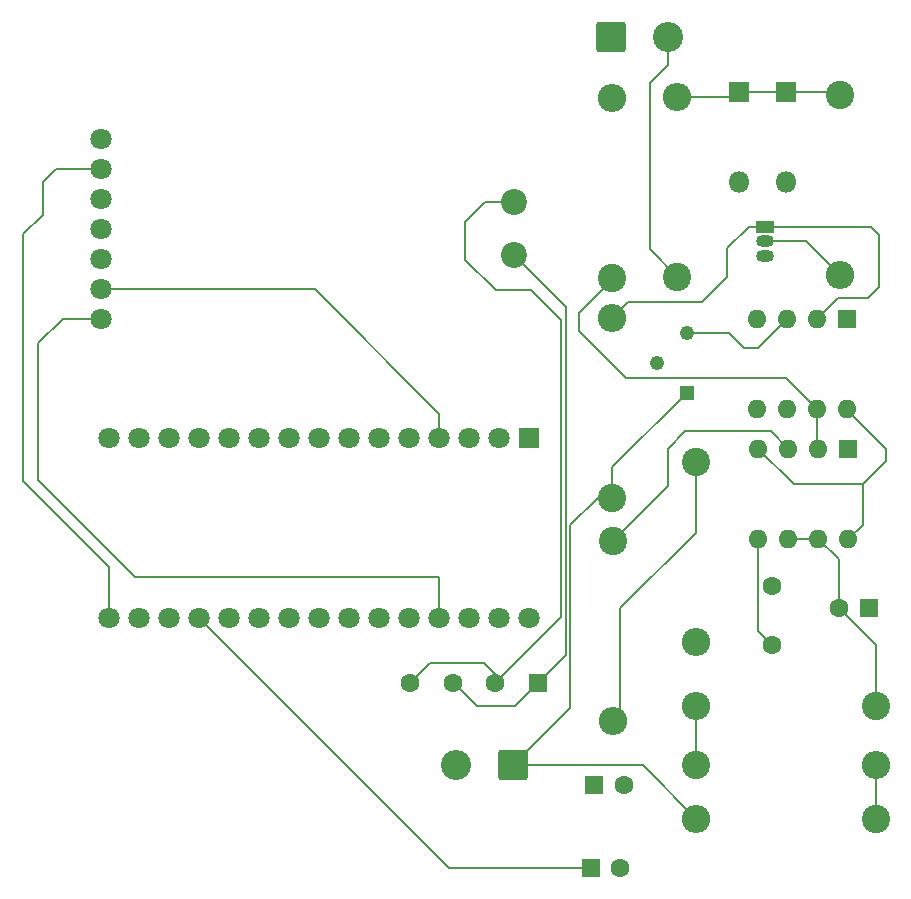
<source format=gbr>
%TF.GenerationSoftware,KiCad,Pcbnew,8.0.6*%
%TF.CreationDate,2025-02-27T20:48:21-07:00*%
%TF.ProjectId,Tachometerkicad,54616368-6f6d-4657-9465-726b69636164,rev?*%
%TF.SameCoordinates,Original*%
%TF.FileFunction,Copper,L1,Top*%
%TF.FilePolarity,Positive*%
%FSLAX46Y46*%
G04 Gerber Fmt 4.6, Leading zero omitted, Abs format (unit mm)*
G04 Created by KiCad (PCBNEW 8.0.6) date 2025-02-27 20:48:21*
%MOMM*%
%LPD*%
G01*
G04 APERTURE LIST*
G04 Aperture macros list*
%AMRoundRect*
0 Rectangle with rounded corners*
0 $1 Rounding radius*
0 $2 $3 $4 $5 $6 $7 $8 $9 X,Y pos of 4 corners*
0 Add a 4 corners polygon primitive as box body*
4,1,4,$2,$3,$4,$5,$6,$7,$8,$9,$2,$3,0*
0 Add four circle primitives for the rounded corners*
1,1,$1+$1,$2,$3*
1,1,$1+$1,$4,$5*
1,1,$1+$1,$6,$7*
1,1,$1+$1,$8,$9*
0 Add four rect primitives between the rounded corners*
20,1,$1+$1,$2,$3,$4,$5,0*
20,1,$1+$1,$4,$5,$6,$7,0*
20,1,$1+$1,$6,$7,$8,$9,0*
20,1,$1+$1,$8,$9,$2,$3,0*%
G04 Aperture macros list end*
%TA.AperFunction,ComponentPad*%
%ADD10C,1.800000*%
%TD*%
%TA.AperFunction,ComponentPad*%
%ADD11C,2.200000*%
%TD*%
%TA.AperFunction,ComponentPad*%
%ADD12R,1.600000X1.600000*%
%TD*%
%TA.AperFunction,ComponentPad*%
%ADD13C,1.600000*%
%TD*%
%TA.AperFunction,ComponentPad*%
%ADD14R,1.800000X1.800000*%
%TD*%
%TA.AperFunction,ComponentPad*%
%ADD15C,2.400000*%
%TD*%
%TA.AperFunction,ComponentPad*%
%ADD16O,2.400000X2.400000*%
%TD*%
%TA.AperFunction,ComponentPad*%
%ADD17R,1.500000X1.050000*%
%TD*%
%TA.AperFunction,ComponentPad*%
%ADD18O,1.500000X1.050000*%
%TD*%
%TA.AperFunction,ComponentPad*%
%ADD19RoundRect,0.250000X0.550000X0.550000X-0.550000X0.550000X-0.550000X-0.550000X0.550000X-0.550000X0*%
%TD*%
%TA.AperFunction,ComponentPad*%
%ADD20R,1.222000X1.222000*%
%TD*%
%TA.AperFunction,ComponentPad*%
%ADD21C,1.222000*%
%TD*%
%TA.AperFunction,ComponentPad*%
%ADD22O,1.800000X1.800000*%
%TD*%
%TA.AperFunction,ComponentPad*%
%ADD23O,1.600000X1.600000*%
%TD*%
%TA.AperFunction,ComponentPad*%
%ADD24RoundRect,0.249999X1.025001X1.025001X-1.025001X1.025001X-1.025001X-1.025001X1.025001X-1.025001X0*%
%TD*%
%TA.AperFunction,ComponentPad*%
%ADD25C,2.550000*%
%TD*%
%TA.AperFunction,ComponentPad*%
%ADD26RoundRect,0.249999X-1.025001X-1.025001X1.025001X-1.025001X1.025001X1.025001X-1.025001X1.025001X0*%
%TD*%
%TA.AperFunction,Conductor*%
%ADD27C,0.200000*%
%TD*%
G04 APERTURE END LIST*
D10*
%TO.P,UNIT_2,1,INT*%
%TO.N,unconnected-(UNIT_2-INT-Pad1)*%
X47000000Y-54740000D03*
%TO.P,UNIT_2,2,SCK*%
%TO.N,SCK*%
X47000000Y-57280000D03*
%TO.P,UNIT_2,3,SI*%
%TO.N,SI*%
X47000000Y-59820000D03*
%TO.P,UNIT_2,4,SO*%
%TO.N,SO*%
X47000000Y-62360000D03*
%TO.P,UNIT_2,5,CS*%
%TO.N,CS*%
X47000000Y-64900000D03*
%TO.P,UNIT_2,6,GND*%
%TO.N,GND*%
X47000000Y-67440000D03*
%TO.P,UNIT_2,7,VCC*%
%TO.N,+5V*%
X47000000Y-69980000D03*
D11*
%TO.P,UNIT_2,8,High_CAN*%
%TO.N,High*%
X81980000Y-60120000D03*
%TO.P,UNIT_2,9,Low_CAN*%
%TO.N,Low*%
X81980000Y-64620000D03*
%TD*%
D12*
%TO.P,C1,1*%
%TO.N,Net-(C1-Pad1)*%
X88794888Y-109500000D03*
D13*
%TO.P,C1,2*%
%TO.N,GND*%
X91294888Y-109500000D03*
%TD*%
D14*
%TO.P,UNIT_1,1,D1/TX*%
%TO.N,unconnected-(UNIT_1-D1{slash}TX-Pad1)*%
X83300000Y-80100000D03*
D10*
%TO.P,UNIT_1,2,D0/RX*%
%TO.N,unconnected-(UNIT_1-D0{slash}RX-Pad2)*%
X80760000Y-80100000D03*
%TO.P,UNIT_1,3,RESET*%
%TO.N,unconnected-(UNIT_1-RESET-Pad3)*%
X78220000Y-80100000D03*
%TO.P,UNIT_1,4,COM/GND*%
%TO.N,GND*%
X75680000Y-80100000D03*
%TO.P,UNIT_1,5,D2*%
%TO.N,unconnected-(UNIT_1-D2-Pad5)*%
X73140000Y-80100000D03*
%TO.P,UNIT_1,6,D3*%
%TO.N,unconnected-(UNIT_1-D3-Pad6)*%
X70600000Y-80100000D03*
%TO.P,UNIT_1,7,D4*%
%TO.N,unconnected-(UNIT_1-D4-Pad7)*%
X68060000Y-80100000D03*
%TO.P,UNIT_1,8,D5*%
%TO.N,unconnected-(UNIT_1-D5-Pad8)*%
X65520000Y-80100000D03*
%TO.P,UNIT_1,9,D6*%
%TO.N,unconnected-(UNIT_1-D6-Pad9)*%
X62980000Y-80100000D03*
%TO.P,UNIT_1,10,D7*%
%TO.N,unconnected-(UNIT_1-D7-Pad10)*%
X60440000Y-80100000D03*
%TO.P,UNIT_1,11,D8*%
%TO.N,unconnected-(UNIT_1-D8-Pad11)*%
X57900000Y-80100000D03*
%TO.P,UNIT_1,12,D9*%
%TO.N,unconnected-(UNIT_1-D9-Pad12)*%
X55360000Y-80100000D03*
%TO.P,UNIT_1,13,D10*%
%TO.N,unconnected-(UNIT_1-D10-Pad13)*%
X52820000Y-80100000D03*
%TO.P,UNIT_1,14,D11/MOSI*%
%TO.N,SI*%
X50280000Y-80100000D03*
%TO.P,UNIT_1,15,D12/MISO*%
%TO.N,SO*%
X47740000Y-80100000D03*
%TO.P,UNIT_1,16,D13/SCK*%
%TO.N,SCK*%
X47740000Y-95340000D03*
%TO.P,UNIT_1,17,3V3*%
%TO.N,+3V*%
X50280000Y-95340000D03*
%TO.P,UNIT_1,18,AREF*%
%TO.N,unconnected-(UNIT_1-AREF-Pad18)*%
X52820000Y-95340000D03*
%TO.P,UNIT_1,19,A0*%
%TO.N,arduino input*%
X55360000Y-95340000D03*
%TO.P,UNIT_1,20,A1*%
%TO.N,unconnected-(UNIT_1-A1-Pad20)*%
X57900000Y-95340000D03*
%TO.P,UNIT_1,21,A2*%
%TO.N,unconnected-(UNIT_1-A2-Pad21)*%
X60440000Y-95340000D03*
%TO.P,UNIT_1,22,A3*%
%TO.N,unconnected-(UNIT_1-A3-Pad22)*%
X62980000Y-95340000D03*
%TO.P,UNIT_1,23,A4*%
%TO.N,SDA*%
X65520000Y-95340000D03*
%TO.P,UNIT_1,24,A5*%
%TO.N,SCL*%
X68060000Y-95340000D03*
%TO.P,UNIT_1,25,A6*%
%TO.N,unconnected-(UNIT_1-A6-Pad25)*%
X70600000Y-95340000D03*
%TO.P,UNIT_1,26,A7*%
%TO.N,unconnected-(UNIT_1-A7-Pad26)*%
X73140000Y-95340000D03*
%TO.P,UNIT_1,27,+5V*%
%TO.N,+5V*%
X75680000Y-95340000D03*
%TO.P,UNIT_1,28,RESET*%
%TO.N,unconnected-(UNIT_1-RESET-Pad28)*%
X78220000Y-95340000D03*
%TO.P,UNIT_1,29,COM/GND*%
%TO.N,GND*%
X80760000Y-95340000D03*
%TO.P,UNIT_1,30,VIN*%
%TO.N,unconnected-(UNIT_1-VIN-Pad30)*%
X83300000Y-95340000D03*
%TD*%
D15*
%TO.P,R6,1*%
%TO.N,Net-(R4-Pad2)*%
X112620000Y-112300000D03*
D16*
%TO.P,R6,2*%
%TO.N,+5v*%
X97380000Y-112300000D03*
%TD*%
D17*
%TO.P,Q1,1,C*%
%TO.N,Comparator input*%
X103250000Y-62200000D03*
D18*
%TO.P,Q1,2,B*%
%TO.N,Net-(Q1-B)*%
X103250000Y-63430000D03*
%TO.P,Q1,3,E*%
%TO.N,GND*%
X103250000Y-64700000D03*
%TD*%
D12*
%TO.P,C3,1*%
%TO.N,GND*%
X112031000Y-94500000D03*
D13*
%TO.P,C3,2*%
%TO.N,Net-(U1-DIS)*%
X109500000Y-94500000D03*
%TD*%
D15*
%TO.P,R10,1*%
%TO.N,555 input*%
X90300000Y-66520000D03*
D16*
%TO.P,R10,2*%
%TO.N,GND*%
X90300000Y-51280000D03*
%TD*%
D15*
%TO.P,R11,1*%
%TO.N,Net-(C1-Pad1)*%
X97400000Y-82080000D03*
D16*
%TO.P,R11,2*%
%TO.N,arduino input*%
X97400000Y-97320000D03*
%TD*%
D19*
%TO.P,J4,1,Pin_1*%
%TO.N,Low*%
X84000000Y-100800000D03*
D13*
%TO.P,J4,2,Pin_2*%
%TO.N,High*%
X80400000Y-100800000D03*
%TO.P,J4,3,Pin_3*%
%TO.N,Low*%
X76800000Y-100800000D03*
%TO.P,J4,4,Pin_4*%
%TO.N,High*%
X73200000Y-100800000D03*
%TD*%
D15*
%TO.P,R1,1*%
%TO.N,Possitive*%
X95800000Y-66420000D03*
D16*
%TO.P,R1,2*%
%TO.N,Net-(D1-K)*%
X95800000Y-51180000D03*
%TD*%
D20*
%TO.P,VR1,1*%
%TO.N,+5v*%
X96600000Y-76240000D03*
D21*
%TO.P,VR1,2*%
%TO.N,GND*%
X94060000Y-73700000D03*
%TO.P,VR1,3*%
%TO.N,Net-(U2--)*%
X96600000Y-71160000D03*
%TD*%
D15*
%TO.P,R7,1*%
%TO.N,Net-(U1-DIS)*%
X112620000Y-102800000D03*
D16*
%TO.P,R7,2*%
%TO.N,Net-(R4-Pad1)*%
X97380000Y-102800000D03*
%TD*%
D14*
%TO.P,D2,1,K*%
%TO.N,Net-(D1-K)*%
X101000000Y-50795000D03*
D22*
%TO.P,D2,2,A*%
%TO.N,GND*%
X101000000Y-58415000D03*
%TD*%
D15*
%TO.P,R2,1*%
%TO.N,Net-(D1-K)*%
X109600000Y-51080000D03*
D16*
%TO.P,R2,2*%
%TO.N,Net-(Q1-B)*%
X109600000Y-66320000D03*
%TD*%
D15*
%TO.P,R3,1*%
%TO.N,+5v*%
X90300000Y-85120000D03*
D16*
%TO.P,R3,2*%
%TO.N,Comparator input*%
X90300000Y-69880000D03*
%TD*%
D12*
%TO.P,U1,1,GND*%
%TO.N,GND*%
X110300000Y-81000000D03*
D23*
%TO.P,U1,2,TR*%
%TO.N,555 input*%
X107760000Y-81000000D03*
%TO.P,U1,3,Q*%
%TO.N,555 output*%
X105220000Y-81000000D03*
%TO.P,U1,4,R*%
%TO.N,+5v*%
X102680000Y-81000000D03*
%TO.P,U1,5,CV*%
%TO.N,Net-(U1-CV)*%
X102680000Y-88620000D03*
%TO.P,U1,6,THR*%
%TO.N,Net-(U1-DIS)*%
X105220000Y-88620000D03*
%TO.P,U1,7,DIS*%
X107760000Y-88620000D03*
%TO.P,U1,8,VCC*%
%TO.N,+5v*%
X110300000Y-88620000D03*
%TD*%
D24*
%TO.P,J3,1,Pin_1*%
%TO.N,+5v*%
X81900000Y-107800000D03*
D25*
%TO.P,J3,2,Pin_2*%
%TO.N,GND*%
X77100000Y-107800000D03*
%TD*%
D26*
%TO.P,J1,1,Pin_1*%
%TO.N,GND*%
X90200000Y-46100000D03*
D25*
%TO.P,J1,2,Pin_2*%
%TO.N,Possitive*%
X95000000Y-46100000D03*
%TD*%
D15*
%TO.P,R4,1*%
%TO.N,Net-(R4-Pad1)*%
X97380000Y-107800000D03*
D16*
%TO.P,R4,2*%
%TO.N,Net-(R4-Pad2)*%
X112620000Y-107800000D03*
%TD*%
D13*
%TO.P,C4,1*%
%TO.N,Net-(U1-CV)*%
X103820000Y-97600000D03*
%TO.P,C4,2*%
%TO.N,GND*%
X103820000Y-92600000D03*
%TD*%
D12*
%TO.P,U2,1,GND*%
%TO.N,GND*%
X110200000Y-70000000D03*
D23*
%TO.P,U2,2,+*%
%TO.N,Comparator input*%
X107660000Y-70000000D03*
%TO.P,U2,3,-*%
%TO.N,Net-(U2--)*%
X105120000Y-70000000D03*
%TO.P,U2,4,V-*%
%TO.N,GND*%
X102580000Y-70000000D03*
%TO.P,U2,5,BAL*%
%TO.N,unconnected-(U2-BAL-Pad5)*%
X102580000Y-77620000D03*
%TO.P,U2,6,STRB*%
%TO.N,unconnected-(U2-STRB-Pad6)*%
X105120000Y-77620000D03*
%TO.P,U2,7*%
%TO.N,555 input*%
X107660000Y-77620000D03*
%TO.P,U2,8,V+*%
%TO.N,+5v*%
X110200000Y-77620000D03*
%TD*%
D12*
%TO.P,C2,1*%
%TO.N,arduino input*%
X88500000Y-116500000D03*
D13*
%TO.P,C2,2*%
%TO.N,GND*%
X91000000Y-116500000D03*
%TD*%
D15*
%TO.P,R5,1*%
%TO.N,555 output*%
X90400000Y-88780000D03*
D16*
%TO.P,R5,2*%
%TO.N,Net-(C1-Pad1)*%
X90400000Y-104020000D03*
%TD*%
D14*
%TO.P,D1,1,K*%
%TO.N,Net-(D1-K)*%
X105000000Y-50790000D03*
D22*
%TO.P,D1,2,A*%
%TO.N,GND*%
X105000000Y-58410000D03*
%TD*%
D27*
%TO.N,High*%
X73200000Y-100800000D02*
X74890000Y-99110000D01*
X74890000Y-99110000D02*
X79470000Y-99110000D01*
X79470000Y-99110000D02*
X80400000Y-100040000D01*
X80400000Y-100040000D02*
X80400000Y-100800000D01*
%TO.N,Low*%
X76800000Y-100800000D02*
X76890000Y-100800000D01*
X76890000Y-100800000D02*
X78830000Y-102740000D01*
X78830000Y-102740000D02*
X82060000Y-102740000D01*
X82060000Y-102740000D02*
X84000000Y-100800000D01*
%TO.N,Comparator input*%
X100050000Y-66430000D02*
X100050000Y-64030000D01*
X90300000Y-69880000D02*
X91640000Y-68540000D01*
X91640000Y-68540000D02*
X97940000Y-68540000D01*
X97940000Y-68540000D02*
X100050000Y-66430000D01*
X100050000Y-64030000D02*
X101880000Y-62200000D01*
X101880000Y-62200000D02*
X103250000Y-62200000D01*
X112930000Y-67270000D02*
X112930000Y-62900000D01*
X111950000Y-68250000D02*
X112930000Y-67270000D01*
X107660000Y-70000000D02*
X109410000Y-68250000D01*
X109410000Y-68250000D02*
X111950000Y-68250000D01*
X112930000Y-62900000D02*
X112230000Y-62200000D01*
X112230000Y-62200000D02*
X103250000Y-62200000D01*
%TO.N,GND*%
X75680000Y-80100000D02*
X75680000Y-78030000D01*
X65110000Y-67460000D02*
X60430000Y-67460000D01*
X75680000Y-78030000D02*
X65110000Y-67460000D01*
X60430000Y-67460000D02*
X60410000Y-67440000D01*
X60410000Y-67440000D02*
X47000000Y-67440000D01*
%TO.N,High*%
X85969965Y-70089965D02*
X83450000Y-67570000D01*
X85969965Y-95230035D02*
X85969965Y-70089965D01*
X77860000Y-61780000D02*
X79520000Y-60120000D01*
X79520000Y-60120000D02*
X81980000Y-60120000D01*
X83450000Y-67570000D02*
X80460000Y-67570000D01*
X80400000Y-100800000D02*
X85969965Y-95230035D01*
X80460000Y-67570000D02*
X77860000Y-64970000D01*
X77860000Y-64970000D02*
X77860000Y-61780000D01*
%TO.N,Low*%
X84000000Y-100800000D02*
X86369965Y-98430035D01*
X86369965Y-98430035D02*
X86369965Y-69009965D01*
X86369965Y-69009965D02*
X81980000Y-64620000D01*
%TO.N,+5V*%
X49910000Y-91820000D02*
X41730000Y-83640000D01*
X41730000Y-72080000D02*
X43830000Y-69980000D01*
X75680000Y-91820000D02*
X49910000Y-91820000D01*
X41730000Y-83640000D02*
X41730000Y-72080000D01*
X75680000Y-95340000D02*
X75680000Y-91820000D01*
X43830000Y-69980000D02*
X47000000Y-69980000D01*
%TO.N,SCK*%
X47740000Y-95340000D02*
X47740000Y-91040000D01*
X47740000Y-91040000D02*
X40410000Y-83710000D01*
X40410000Y-83710000D02*
X40410000Y-62840000D01*
X40410000Y-62840000D02*
X42090000Y-61160000D01*
X42090000Y-58440000D02*
X43250000Y-57280000D01*
X43250000Y-57280000D02*
X47000000Y-57280000D01*
X42090000Y-61160000D02*
X42090000Y-58440000D01*
%TO.N,Net-(C1-Pad1)*%
X91000000Y-94500000D02*
X91000000Y-103420000D01*
X97400000Y-82080000D02*
X97400000Y-88100000D01*
X97400000Y-88100000D02*
X91000000Y-94500000D01*
X91000000Y-103420000D02*
X90400000Y-104020000D01*
%TO.N,arduino input*%
X76520000Y-116500000D02*
X55360000Y-95340000D01*
X88500000Y-116500000D02*
X76520000Y-116500000D01*
%TO.N,Net-(U1-DIS)*%
X107760000Y-88620000D02*
X105220000Y-88620000D01*
X109500000Y-90360000D02*
X109500000Y-94500000D01*
X112620000Y-97620000D02*
X109500000Y-94500000D01*
X112620000Y-102800000D02*
X112620000Y-97620000D01*
X107760000Y-88620000D02*
X109500000Y-90360000D01*
%TO.N,Net-(U1-CV)*%
X102680000Y-88620000D02*
X102680000Y-96460000D01*
X102680000Y-96460000D02*
X103820000Y-97600000D01*
%TO.N,Net-(D1-K)*%
X100615000Y-51180000D02*
X101000000Y-50795000D01*
X104995000Y-50795000D02*
X105000000Y-50790000D01*
X95800000Y-51180000D02*
X100615000Y-51180000D01*
X101000000Y-50795000D02*
X104995000Y-50795000D01*
X109310000Y-50790000D02*
X109600000Y-51080000D01*
X105000000Y-50790000D02*
X109310000Y-50790000D01*
%TO.N,Possitive*%
X93500000Y-50000000D02*
X93500000Y-64120000D01*
X95000000Y-46100000D02*
X95000000Y-48500000D01*
X95000000Y-48500000D02*
X93500000Y-50000000D01*
X93500000Y-64120000D02*
X95800000Y-66420000D01*
%TO.N,+5v*%
X86769965Y-87439265D02*
X86769965Y-102930035D01*
X90300000Y-82540000D02*
X96600000Y-76240000D01*
X105680000Y-84000000D02*
X102680000Y-81000000D01*
X97380000Y-112300000D02*
X92880000Y-107800000D01*
X89089230Y-85120000D02*
X86769965Y-87439265D01*
X111500000Y-84000000D02*
X111500000Y-87420000D01*
X113500000Y-81000000D02*
X113500000Y-82000000D01*
X113500000Y-82000000D02*
X111500000Y-84000000D01*
X90300000Y-85120000D02*
X90300000Y-82540000D01*
X86769965Y-102930035D02*
X81900000Y-107800000D01*
X111500000Y-87420000D02*
X110300000Y-88620000D01*
X92880000Y-107800000D02*
X81900000Y-107800000D01*
X90300000Y-85120000D02*
X89089230Y-85120000D01*
X110200000Y-77620000D02*
X110200000Y-77700000D01*
X110200000Y-77700000D02*
X113500000Y-81000000D01*
X111500000Y-84000000D02*
X105680000Y-84000000D01*
%TO.N,Net-(Q1-B)*%
X106710000Y-63430000D02*
X103250000Y-63430000D01*
X109600000Y-66320000D02*
X106710000Y-63430000D01*
%TO.N,555 output*%
X95000000Y-81000000D02*
X96500000Y-79500000D01*
X90400000Y-88780000D02*
X95000000Y-84180000D01*
X95000000Y-84180000D02*
X95000000Y-81000000D01*
X103720000Y-79500000D02*
X105220000Y-81000000D01*
X96500000Y-79500000D02*
X103720000Y-79500000D01*
%TO.N,555 input*%
X90300000Y-66700000D02*
X90300000Y-66520000D01*
X107660000Y-77620000D02*
X105040000Y-75000000D01*
X107660000Y-77620000D02*
X107660000Y-80900000D01*
X91500000Y-75000000D02*
X87500000Y-71000000D01*
X107660000Y-80900000D02*
X107760000Y-81000000D01*
X87500000Y-71000000D02*
X87500000Y-69500000D01*
X105040000Y-75000000D02*
X91500000Y-75000000D01*
X87500000Y-69500000D02*
X90300000Y-66700000D01*
%TO.N,Net-(U2--)*%
X101500000Y-72500000D02*
X102620000Y-72500000D01*
X102620000Y-72500000D02*
X105120000Y-70000000D01*
X96600000Y-71160000D02*
X100160000Y-71160000D01*
X100160000Y-71160000D02*
X101500000Y-72500000D01*
%TO.N,Net-(R4-Pad1)*%
X97380000Y-102800000D02*
X97380000Y-107800000D01*
%TO.N,Net-(R4-Pad2)*%
X112620000Y-112300000D02*
X112620000Y-107800000D01*
%TD*%
M02*

</source>
